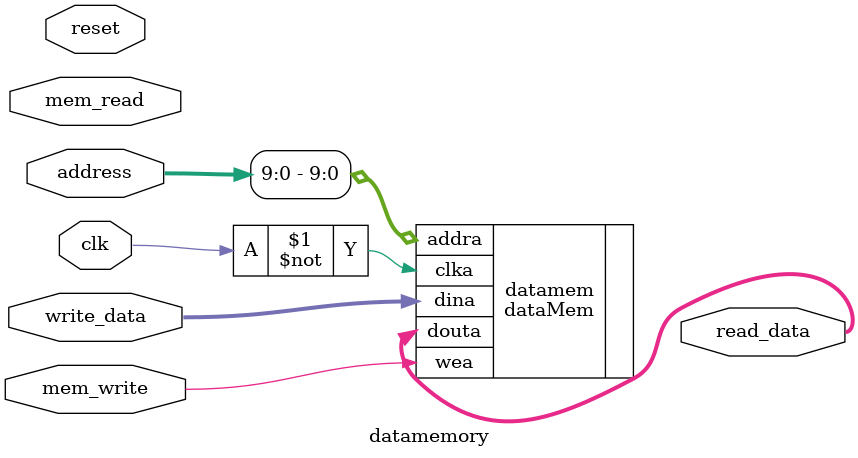
<source format=v>
`timescale 1ns / 1ps
module datamemory(
	 input [31:0] address,
    input clk,
	 input reset,
    input mem_read,
    input mem_write,
    input [31:0] write_data,
    output [31:0] read_data
);

	 dataMem datamem (
    .clka(~clk), // input clka
    //.rsta(reset), // input rsta
	 //.ena(mem_read), // input mem_read
    .wea(mem_write), // input [0 : 0] wea
    .addra(address[9:0]), // input [9 : 0] addra
    .dina(write_data), // input [31 : 0] dina
    .douta(read_data) // output [31 : 0] douta
    );

endmodule

</source>
